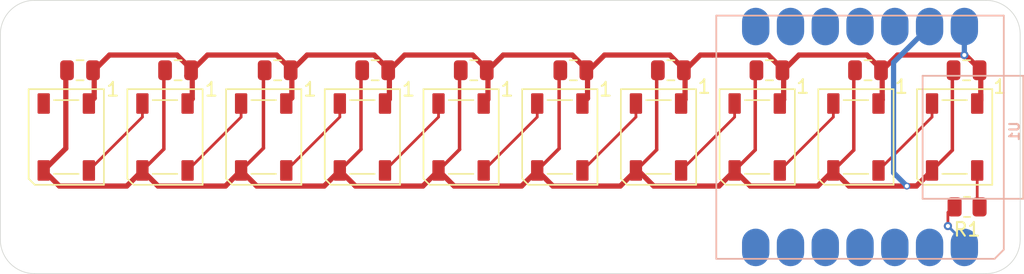
<source format=kicad_pcb>
(kicad_pcb (version 20240108) (generator "pcbnew") (generator_version "8.0")
  (layers (0 "F.Cu" signal) (31 "B.Cu" signal) (34 "B.Paste" user) (35 "F.Paste" user) (36 "B.SilkS" user "B.Silkscreen") (37 "F.SilkS" user "F.Silkscreen") (38 "B.Mask" user) (39 "F.Mask" user) (44 "Edge.Cuts" user))
  (net 0 "")
  (net 1 "Net-(D1-DOUT)")
  (net 3 "+5V")
  (net 4 "GND")
  (net 5 "Net-(D2-DOUT)")
  (net 6 "Net-(D3-DOUT)")
  (net 7 "Net-(D4-DOUT)")
  (net 8 "Net-(D5-DOUT)")
  (net 9 "Net-(D6-DOUT)")
  (net 10 "Net-(D7-DOUT)")
  (net 11 "Net-(D8-DOUT)")
  (net 12 "Net-(D10-DIN)")
  (net 21 "DATA")
  (net 24 "unconnected-(U1-PA4_A1_D1-Pad2)")
  (net 25 "Net-(U1-PA02_A0_D0)")
  (footprint "Resistor_SMD:R_0805_2012Metric" (layer "F.Cu") (at 136.4 65.2 180)
    (property "Reference" "R1" (at 0 -1.65 180) (layer "F.SilkS"))
    (property "Value" "100uF")
    (fp_line (start -0.227064 0.735) (end 0.227064 0.735) (stroke (width 0.12)) (layer "F.SilkS"))
    (fp_line (start -0.227064 -0.735) (end 0.227064 -0.735) (stroke (width 0.12)) (layer "F.SilkS"))
    (pad "1" smd roundrect (at -0.9125 0 180) (size 1.025 1.4) (layers "F.Cu" "F.Paste" "F.Mask") (roundrect_rratio 0.243902) (net 21 "DATA"))
    (pad "2" smd roundrect (at 0.9125 0 180) (size 1.025 1.4) (layers "F.Cu" "F.Paste" "F.Mask") (roundrect_rratio 0.243902) (net 25 "Net-(U1-PA02_A0_D0)"))
  )
  (footprint "LED_SMD:LED_WS2812B_PLCC4_5.0x5.0mm_P3.2mm" (layer "F.Cu") (at 113.859372 60.0825 -90)
    (property "Reference" "D4" (hide yes))
    (property "Value" "WS2812B" (hide yes))
    (fp_line (start -3.5 2.75) (end 3.05 2.75) (stroke (width 0.12)) (layer "F.SilkS"))
    (fp_line (start 3.05 2.75) (end 3.5 2.3) (stroke (width 0.12)) (layer "F.SilkS"))
    (fp_line (start 3.5 2.3) (end 3.5 -2.75) (stroke (width 0.12)) (layer "F.SilkS"))
    (fp_line (start -2.7 0.9) (end -2.7 -0.9) (stroke (width 0.12)) (layer "F.SilkS"))
    (fp_line (start 2.7 0.9) (end 2.7 -0.9) (stroke (width 0.12)) (layer "F.SilkS"))
    (fp_line (start -3.5 -2.75) (end -3.5 2.75) (stroke (width 0.12)) (layer "F.SilkS"))
    (fp_line (start -3.5 -2.75) (end 3.5 -2.75) (stroke (width 0.12)) (layer "F.SilkS"))
    (fp_text user "1" (at -3.6825 -3.340628 180) (layer "F.SilkS"))
    (pad "1" smd roundrect (at -2.45 -1.65 270) (size 1.5 0.9) (layers "F.Cu" "F.Paste" "F.Mask") (roundrect_rratio 0.1) (net 3 "+5V"))
    (pad "2" smd roundrect (at -2.45 1.65 270) (size 1.5 0.9) (layers "F.Cu" "F.Paste" "F.Mask") (roundrect_rratio 0.1) (net 7 "Net-(D4-DOUT)"))
    (pad "3" smd roundrect (at 2.45 1.65 270) (size 1.5 0.9) (layers "F.Cu" "F.Paste" "F.Mask") (roundrect_rratio 0.1) (net 4 "GND"))
    (pad "4" smd roundrect (at 2.45 -1.65 270) (size 1.5 0.9) (layers "F.Cu" "F.Paste" "F.Mask") (roundrect_rratio 0.1) (net 6 "Net-(D3-DOUT)"))
  )
  (footprint "LED_SMD:LED_WS2812B_PLCC4_5.0x5.0mm_P3.2mm" (layer "F.Cu") (at 70.597484 60.0825 -90)
    (property "Reference" "D10" (hide yes))
    (property "Value" "WS2812B" (hide yes))
    (fp_line (start -3.5 2.75) (end 3.05 2.75) (stroke (width 0.12)) (layer "F.SilkS"))
    (fp_line (start 3.05 2.75) (end 3.5 2.3) (stroke (width 0.12)) (layer "F.SilkS"))
    (fp_line (start 3.5 2.3) (end 3.5 -2.75) (stroke (width 0.12)) (layer "F.SilkS"))
    (fp_line (start -2.7 0.9) (end -2.7 -0.9) (stroke (width 0.12)) (layer "F.SilkS"))
    (fp_line (start 2.7 0.9) (end 2.7 -0.9) (stroke (width 0.12)) (layer "F.SilkS"))
    (fp_line (start -3.5 -2.75) (end -3.5 2.75) (stroke (width 0.12)) (layer "F.SilkS"))
    (fp_line (start -3.5 -2.75) (end 3.5 -2.75) (stroke (width 0.12)) (layer "F.SilkS"))
    (fp_text user "1" (at -3.4825 -3.402516 180) (layer "F.SilkS"))
    (pad "1" smd roundrect (at -2.45 -1.65 270) (size 1.5 0.9) (layers "F.Cu" "F.Paste" "F.Mask") (roundrect_rratio 0.1) (net 3 "+5V"))
    (pad "2" smd roundrect (at -2.45 1.65 270) (size 1.5 0.9) (layers "F.Cu" "F.Paste" "F.Mask") (roundrect_rratio 0.1))
    (pad "3" smd roundrect (at 2.45 1.65 270) (size 1.5 0.9) (layers "F.Cu" "F.Paste" "F.Mask") (roundrect_rratio 0.1) (net 4 "GND"))
    (pad "4" smd roundrect (at 2.45 -1.65 270) (size 1.5 0.9) (layers "F.Cu" "F.Paste" "F.Mask") (roundrect_rratio 0.1) (net 12 "Net-(D10-DIN)"))
  )
  (footprint "Capacitor_SMD:C_0805_2012Metric" (layer "F.Cu") (at 71.6 55.2 180)
    (property "Reference" "C10" (hide yes))
    (property "Value" "100nF" (hide yes))
    (fp_line (start -0.261252 0.735) (end 0.261252 0.735) (stroke (width 0.12)) (layer "F.SilkS"))
    (fp_line (start -0.261252 -0.735) (end 0.261252 -0.735) (stroke (width 0.12)) (layer "F.SilkS"))
    (pad "1" smd roundrect (at -0.95 0 180) (size 1 1.45) (layers "F.Cu" "F.Paste" "F.Mask") (net 3 "+5V"))
    (pad "2" smd roundrect (at 0.95 0 180) (size 1 1.45) (layers "F.Cu" "F.Paste" "F.Mask") (net 4 "GND"))
  )
  (footprint "LED_SMD:LED_WS2812B_PLCC4_5.0x5.0mm_P3.2mm" (layer "F.Cu") (at 106.649058 60.0825 -90)
    (property "Reference" "D5" (hide yes))
    (property "Value" "WS2812B" (hide yes))
    (fp_line (start -3.5 2.75) (end 3.05 2.75) (stroke (width 0.12)) (layer "F.SilkS"))
    (fp_line (start 3.05 2.75) (end 3.5 2.3) (stroke (width 0.12)) (layer "F.SilkS"))
    (fp_line (start 3.5 2.3) (end 3.5 -2.75) (stroke (width 0.12)) (layer "F.SilkS"))
    (fp_line (start -2.7 0.9) (end -2.7 -0.9) (stroke (width 0.12)) (layer "F.SilkS"))
    (fp_line (start 2.7 0.9) (end 2.7 -0.9) (stroke (width 0.12)) (layer "F.SilkS"))
    (fp_line (start -3.5 -2.75) (end -3.5 2.75) (stroke (width 0.12)) (layer "F.SilkS"))
    (fp_line (start -3.5 -2.75) (end 3.5 -2.75) (stroke (width 0.12)) (layer "F.SilkS"))
    (fp_text user "1" (at -3.4825 -3.350942 180) (layer "F.SilkS"))
    (pad "1" smd roundrect (at -2.45 -1.65 270) (size 1.5 0.9) (layers "F.Cu" "F.Paste" "F.Mask") (roundrect_rratio 0.1) (net 3 "+5V"))
    (pad "2" smd roundrect (at -2.45 1.65 270) (size 1.5 0.9) (layers "F.Cu" "F.Paste" "F.Mask") (roundrect_rratio 0.1) (net 8 "Net-(D5-DOUT)"))
    (pad "3" smd roundrect (at 2.45 1.65 270) (size 1.5 0.9) (layers "F.Cu" "F.Paste" "F.Mask") (roundrect_rratio 0.1) (net 4 "GND"))
    (pad "4" smd roundrect (at 2.45 -1.65 270) (size 1.5 0.9) (layers "F.Cu" "F.Paste" "F.Mask") (roundrect_rratio 0.1) (net 7 "Net-(D4-DOUT)"))
  )
  (footprint "Capacitor_SMD:C_0805_2012Metric" (layer "F.Cu") (at 107.6375 55.2 180)
    (property "Reference" "C5" (hide yes))
    (property "Value" "100nF" (hide yes))
    (fp_line (start -0.261252 0.735) (end 0.261252 0.735) (stroke (width 0.12)) (layer "F.SilkS"))
    (fp_line (start -0.261252 -0.735) (end 0.261252 -0.735) (stroke (width 0.12)) (layer "F.SilkS"))
    (pad "1" smd roundrect (at -0.95 0 180) (size 1 1.45) (layers "F.Cu" "F.Paste" "F.Mask") (net 3 "+5V"))
    (pad "2" smd roundrect (at 0.95 0 180) (size 1 1.45) (layers "F.Cu" "F.Paste" "F.Mask") (net 4 "GND"))
  )
  (footprint "LED_SMD:LED_WS2812B_PLCC4_5.0x5.0mm_P3.2mm" (layer "F.Cu") (at 135.490314 60.0825 -90)
    (property "Reference" "D1" (hide yes))
    (property "Value" "WS2812B" (hide yes))
    (fp_line (start -3.5 2.75) (end 3.05 2.75) (stroke (width 0.12)) (layer "F.SilkS"))
    (fp_line (start 3.05 2.75) (end 3.5 2.3) (stroke (width 0.12)) (layer "F.SilkS"))
    (fp_line (start 3.5 2.3) (end 3.5 -2.75) (stroke (width 0.12)) (layer "F.SilkS"))
    (fp_line (start -2.7 0.9) (end -2.7 -0.9) (stroke (width 0.12)) (layer "F.SilkS"))
    (fp_line (start 2.7 0.9) (end 2.7 -0.9) (stroke (width 0.12)) (layer "F.SilkS"))
    (fp_line (start -3.5 -2.75) (end -3.5 2.75) (stroke (width 0.12)) (layer "F.SilkS"))
    (fp_line (start -3.5 -2.75) (end 3.5 -2.75) (stroke (width 0.12)) (layer "F.SilkS"))
    (fp_text user "1" (at -3.6825 -3.309686 180) (layer "F.SilkS"))
    (pad "1" smd roundrect (at -2.45 -1.65 270) (size 1.5 0.9) (layers "F.Cu" "F.Paste" "F.Mask") (roundrect_rratio 0.1) (net 3 "+5V"))
    (pad "2" smd roundrect (at -2.45 1.65 270) (size 1.5 0.9) (layers "F.Cu" "F.Paste" "F.Mask") (roundrect_rratio 0.1) (net 1 "Net-(D1-DOUT)"))
    (pad "3" smd roundrect (at 2.45 1.65 270) (size 1.5 0.9) (layers "F.Cu" "F.Paste" "F.Mask") (roundrect_rratio 0.1) (net 4 "GND"))
    (pad "4" smd roundrect (at 2.45 -1.65 270) (size 1.5 0.9) (layers "F.Cu" "F.Paste" "F.Mask") (roundrect_rratio 0.1) (net 21 "DATA"))
  )
  (footprint "Capacitor_SMD:C_0805_2012Metric" (layer "F.Cu") (at 114.7625 55.2 180)
    (property "Reference" "C4" (hide yes))
    (property "Value" "100nF" (hide yes))
    (fp_line (start -0.261252 0.735) (end 0.261252 0.735) (stroke (width 0.12)) (layer "F.SilkS"))
    (fp_line (start -0.261252 -0.735) (end 0.261252 -0.735) (stroke (width 0.12)) (layer "F.SilkS"))
    (pad "1" smd roundrect (at -0.95 0 180) (size 1 1.45) (layers "F.Cu" "F.Paste" "F.Mask") (net 3 "+5V"))
    (pad "2" smd roundrect (at 0.95 0 180) (size 1 1.45) (layers "F.Cu" "F.Paste" "F.Mask") (net 4 "GND"))
  )
  (footprint "Capacitor_SMD:C_0805_2012Metric" (layer "F.Cu") (at 93.1625 55.2 180)
    (property "Reference" "C7" (hide yes))
    (property "Value" "100nF" (hide yes))
    (fp_line (start -0.261252 0.735) (end 0.261252 0.735) (stroke (width 0.12)) (layer "F.SilkS"))
    (fp_line (start -0.261252 -0.735) (end 0.261252 -0.735) (stroke (width 0.12)) (layer "F.SilkS"))
    (pad "1" smd roundrect (at -0.95 0 180) (size 1 1.45) (layers "F.Cu" "F.Paste" "F.Mask") (net 3 "+5V"))
    (pad "2" smd roundrect (at 0.95 0 180) (size 1 1.45) (layers "F.Cu" "F.Paste" "F.Mask") (net 4 "GND"))
  )
  (footprint "LED_SMD:LED_WS2812B_PLCC4_5.0x5.0mm_P3.2mm" (layer "F.Cu") (at 121.069686 60.0825 -90)
    (property "Reference" "D3" (hide yes))
    (property "Value" "WS2812B" (hide yes))
    (fp_line (start -3.5 2.75) (end 3.05 2.75) (stroke (width 0.12)) (layer "F.SilkS"))
    (fp_line (start 3.05 2.75) (end 3.5 2.3) (stroke (width 0.12)) (layer "F.SilkS"))
    (fp_line (start 3.5 2.3) (end 3.5 -2.75) (stroke (width 0.12)) (layer "F.SilkS"))
    (fp_line (start -2.7 0.9) (end -2.7 -0.9) (stroke (width 0.12)) (layer "F.SilkS"))
    (fp_line (start 2.7 0.9) (end 2.7 -0.9) (stroke (width 0.12)) (layer "F.SilkS"))
    (fp_line (start -3.5 -2.75) (end -3.5 2.75) (stroke (width 0.12)) (layer "F.SilkS"))
    (fp_line (start -3.5 -2.75) (end 3.5 -2.75) (stroke (width 0.12)) (layer "F.SilkS"))
    (fp_text user "1" (at -3.6825 -3.330314 180) (layer "F.SilkS"))
    (pad "1" smd roundrect (at -2.45 -1.65 270) (size 1.5 0.9) (layers "F.Cu" "F.Paste" "F.Mask") (roundrect_rratio 0.1) (net 3 "+5V"))
    (pad "2" smd roundrect (at -2.45 1.65 270) (size 1.5 0.9) (layers "F.Cu" "F.Paste" "F.Mask") (roundrect_rratio 0.1) (net 6 "Net-(D3-DOUT)"))
    (pad "3" smd roundrect (at 2.45 1.65 270) (size 1.5 0.9) (layers "F.Cu" "F.Paste" "F.Mask") (roundrect_rratio 0.1) (net 4 "GND"))
    (pad "4" smd roundrect (at 2.45 -1.65 270) (size 1.5 0.9) (layers "F.Cu" "F.Paste" "F.Mask") (roundrect_rratio 0.1) (net 5 "Net-(D2-DOUT)"))
  )
  (footprint "LED_SMD:LED_WS2812B_PLCC4_5.0x5.0mm_P3.2mm" (layer "F.Cu") (at 92.22843 60.0825 -90)
    (property "Reference" "D7" (hide yes))
    (property "Value" "WS2812B" (hide yes))
    (fp_line (start -3.5 2.75) (end 3.05 2.75) (stroke (width 0.12)) (layer "F.SilkS"))
    (fp_line (start 3.05 2.75) (end 3.5 2.3) (stroke (width 0.12)) (layer "F.SilkS"))
    (fp_line (start 3.5 2.3) (end 3.5 -2.75) (stroke (width 0.12)) (layer "F.SilkS"))
    (fp_line (start -2.7 0.9) (end -2.7 -0.9) (stroke (width 0.12)) (layer "F.SilkS"))
    (fp_line (start 2.7 0.9) (end 2.7 -0.9) (stroke (width 0.12)) (layer "F.SilkS"))
    (fp_line (start -3.5 -2.75) (end -3.5 2.75) (stroke (width 0.12)) (layer "F.SilkS"))
    (fp_line (start -3.5 -2.75) (end 3.5 -2.75) (stroke (width 0.12)) (layer "F.SilkS"))
    (fp_text user "1" (at -3.4825 -3.37157 180) (layer "F.SilkS"))
    (pad "1" smd roundrect (at -2.45 -1.65 270) (size 1.5 0.9) (layers "F.Cu" "F.Paste" "F.Mask") (roundrect_rratio 0.1) (net 3 "+5V"))
    (pad "2" smd roundrect (at -2.45 1.65 270) (size 1.5 0.9) (layers "F.Cu" "F.Paste" "F.Mask") (roundrect_rratio 0.1) (net 10 "Net-(D7-DOUT)"))
    (pad "3" smd roundrect (at 2.45 1.65 270) (size 1.5 0.9) (layers "F.Cu" "F.Paste" "F.Mask") (roundrect_rratio 0.1) (net 4 "GND"))
    (pad "4" smd roundrect (at 2.45 -1.65 270) (size 1.5 0.9) (layers "F.Cu" "F.Paste" "F.Mask") (roundrect_rratio 0.1) (net 9 "Net-(D6-DOUT)"))
  )
  (footprint "Capacitor_SMD:C_0805_2012Metric" (layer "F.Cu") (at 86.0375 55.2 180)
    (property "Reference" "C8" (hide yes))
    (property "Value" "100nF" (hide yes))
    (fp_line (start -0.261252 0.735) (end 0.261252 0.735) (stroke (width 0.12)) (layer "F.SilkS"))
    (fp_line (start -0.261252 -0.735) (end 0.261252 -0.735) (stroke (width 0.12)) (layer "F.SilkS"))
    (pad "1" smd roundrect (at -0.95 0 180) (size 1 1.45) (layers "F.Cu" "F.Paste" "F.Mask") (net 3 "+5V"))
    (pad "2" smd roundrect (at 0.95 0 180) (size 1 1.45) (layers "F.Cu" "F.Paste" "F.Mask") (net 4 "GND"))
  )
  (footprint "Capacitor_SMD:C_0805_2012Metric" (layer "F.Cu") (at 136.3625 55.2 180)
    (property "Reference" "C1" (hide yes))
    (property "Value" "100nF" (hide yes))
    (fp_line (start -0.261252 0.735) (end 0.261252 0.735) (stroke (width 0.12)) (layer "F.SilkS"))
    (fp_line (start -0.261252 -0.735) (end 0.261252 -0.735) (stroke (width 0.12)) (layer "F.SilkS"))
    (pad "1" smd roundrect (at -0.95 0 180) (size 1 1.45) (layers "F.Cu" "F.Paste" "F.Mask") (net 3 "+5V"))
    (pad "2" smd roundrect (at 0.95 0 180) (size 1 1.45) (layers "F.Cu" "F.Paste" "F.Mask") (net 4 "GND"))
  )
  (footprint "LED_SMD:LED_WS2812B_PLCC4_5.0x5.0mm_P3.2mm" (layer "F.Cu") (at 99.438744 60.0825 -90)
    (property "Reference" "D6" (hide yes))
    (property "Value" "WS2812B" (hide yes))
    (fp_line (start -3.5 2.75) (end 3.05 2.75) (stroke (width 0.12)) (layer "F.SilkS"))
    (fp_line (start 3.05 2.75) (end 3.5 2.3) (stroke (width 0.12)) (layer "F.SilkS"))
    (fp_line (start 3.5 2.3) (end 3.5 -2.75) (stroke (width 0.12)) (layer "F.SilkS"))
    (fp_line (start -2.7 0.9) (end -2.7 -0.9) (stroke (width 0.12)) (layer "F.SilkS"))
    (fp_line (start 2.7 0.9) (end 2.7 -0.9) (stroke (width 0.12)) (layer "F.SilkS"))
    (fp_line (start -3.5 -2.75) (end -3.5 2.75) (stroke (width 0.12)) (layer "F.SilkS"))
    (fp_line (start -3.5 -2.75) (end 3.5 -2.75) (stroke (width 0.12)) (layer "F.SilkS"))
    (fp_text user "1" (at -3.4825 -3.361256 180) (layer "F.SilkS"))
    (pad "1" smd roundrect (at -2.45 -1.65 270) (size 1.5 0.9) (layers "F.Cu" "F.Paste" "F.Mask") (roundrect_rratio 0.1) (net 3 "+5V"))
    (pad "2" smd roundrect (at -2.45 1.65 270) (size 1.5 0.9) (layers "F.Cu" "F.Paste" "F.Mask") (roundrect_rratio 0.1) (net 9 "Net-(D6-DOUT)"))
    (pad "3" smd roundrect (at 2.45 1.65 270) (size 1.5 0.9) (layers "F.Cu" "F.Paste" "F.Mask") (roundrect_rratio 0.1) (net 4 "GND"))
    (pad "4" smd roundrect (at 2.45 -1.65 270) (size 1.5 0.9) (layers "F.Cu" "F.Paste" "F.Mask") (roundrect_rratio 0.1) (net 8 "Net-(D5-DOUT)"))
  )
  (footprint "Capacitor_SMD:C_0805_2012Metric" (layer "F.Cu") (at 100.3625 55.2 180)
    (property "Reference" "C6" (hide yes))
    (property "Value" "100nF" (hide yes))
    (fp_line (start -0.261252 0.735) (end 0.261252 0.735) (stroke (width 0.12)) (layer "F.SilkS"))
    (fp_line (start -0.261252 -0.735) (end 0.261252 -0.735) (stroke (width 0.12)) (layer "F.SilkS"))
    (pad "1" smd roundrect (at -0.95 0 180) (size 1 1.45) (layers "F.Cu" "F.Paste" "F.Mask") (net 3 "+5V"))
    (pad "2" smd roundrect (at 0.95 0 180) (size 1 1.45) (layers "F.Cu" "F.Paste" "F.Mask") (net 4 "GND"))
  )
  (footprint "Capacitor_SMD:C_0805_2012Metric" (layer "F.Cu") (at 121.9625 55.2 180)
    (property "Reference" "C3" (hide yes))
    (property "Value" "100nF" (hide yes))
    (fp_line (start -0.261252 0.735) (end 0.261252 0.735) (stroke (width 0.12)) (layer "F.SilkS"))
    (fp_line (start -0.261252 -0.735) (end 0.261252 -0.735) (stroke (width 0.12)) (layer "F.SilkS"))
    (pad "1" smd roundrect (at -0.95 0 180) (size 1 1.45) (layers "F.Cu" "F.Paste" "F.Mask") (net 3 "+5V"))
    (pad "2" smd roundrect (at 0.95 0 180) (size 1 1.45) (layers "F.Cu" "F.Paste" "F.Mask") (net 4 "GND"))
  )
  (footprint "Capacitor_SMD:C_0805_2012Metric" (layer "F.Cu") (at 78.7625 55.2 180)
    (property "Reference" "C9" (hide yes))
    (property "Value" "100nF" (hide yes))
    (fp_line (start -0.261252 0.735) (end 0.261252 0.735) (stroke (width 0.12)) (layer "F.SilkS"))
    (fp_line (start -0.261252 -0.735) (end 0.261252 -0.735) (stroke (width 0.12)) (layer "F.SilkS"))
    (pad "1" smd roundrect (at -0.95 0 180) (size 1 1.45) (layers "F.Cu" "F.Paste" "F.Mask") (net 3 "+5V"))
    (pad "2" smd roundrect (at 0.95 0 180) (size 1 1.45) (layers "F.Cu" "F.Paste" "F.Mask") (net 4 "GND"))
  )
  (footprint "LED_SMD:LED_WS2812B_PLCC4_5.0x5.0mm_P3.2mm" (layer "F.Cu") (at 128.28 60.0825 -90)
    (property "Reference" "D2" (hide yes))
    (property "Value" "WS2812B" (hide yes))
    (fp_line (start -3.5 2.75) (end 3.05 2.75) (stroke (width 0.12)) (layer "F.SilkS"))
    (fp_line (start 3.05 2.75) (end 3.5 2.3) (stroke (width 0.12)) (layer "F.SilkS"))
    (fp_line (start 3.5 2.3) (end 3.5 -2.75) (stroke (width 0.12)) (layer "F.SilkS"))
    (fp_line (start -2.7 0.9) (end -2.7 -0.9) (stroke (width 0.12)) (layer "F.SilkS"))
    (fp_line (start 2.7 0.9) (end 2.7 -0.9) (stroke (width 0.12)) (layer "F.SilkS"))
    (fp_line (start -3.5 -2.75) (end -3.5 2.75) (stroke (width 0.12)) (layer "F.SilkS"))
    (fp_line (start -3.5 -2.75) (end 3.5 -2.75) (stroke (width 0.12)) (layer "F.SilkS"))
    (fp_text user "1" (at -3.6825 -3.32 180) (layer "F.SilkS"))
    (pad "1" smd roundrect (at -2.45 -1.65 270) (size 1.5 0.9) (layers "F.Cu" "F.Paste" "F.Mask") (roundrect_rratio 0.1) (net 3 "+5V"))
    (pad "2" smd roundrect (at -2.45 1.65 270) (size 1.5 0.9) (layers "F.Cu" "F.Paste" "F.Mask") (roundrect_rratio 0.1) (net 5 "Net-(D2-DOUT)"))
    (pad "3" smd roundrect (at 2.45 1.65 270) (size 1.5 0.9) (layers "F.Cu" "F.Paste" "F.Mask") (roundrect_rratio 0.1) (net 4 "GND"))
    (pad "4" smd roundrect (at 2.45 -1.65 270) (size 1.5 0.9) (layers "F.Cu" "F.Paste" "F.Mask") (roundrect_rratio 0.1) (net 1 "Net-(D1-DOUT)"))
  )
  (footprint "Capacitor_SMD:C_0805_2012Metric" (layer "F.Cu") (at 129.1625 55.2 180)
    (property "Reference" "C2" (hide yes))
    (property "Value" "100nF" (hide yes))
    (fp_line (start -0.261252 0.735) (end 0.261252 0.735) (stroke (width 0.12)) (layer "F.SilkS"))
    (fp_line (start -0.261252 -0.735) (end 0.261252 -0.735) (stroke (width 0.12)) (layer "F.SilkS"))
    (pad "1" smd roundrect (at -0.95 0 180) (size 1 1.45) (layers "F.Cu" "F.Paste" "F.Mask") (net 3 "+5V"))
    (pad "2" smd roundrect (at 0.95 0 180) (size 1 1.45) (layers "F.Cu" "F.Paste" "F.Mask") (net 4 "GND"))
  )
  (footprint "LED_SMD:LED_WS2812B_PLCC4_5.0x5.0mm_P3.2mm" (layer "F.Cu") (at 85.018116 60.0825 -90)
    (property "Reference" "D8" (hide yes))
    (property "Value" "WS2812B" (hide yes))
    (fp_line (start -3.5 2.75) (end 3.05 2.75) (stroke (width 0.12)) (layer "F.SilkS"))
    (fp_line (start 3.05 2.75) (end 3.5 2.3) (stroke (width 0.12)) (layer "F.SilkS"))
    (fp_line (start 3.5 2.3) (end 3.5 -2.75) (stroke (width 0.12)) (layer "F.SilkS"))
    (fp_line (start -2.7 0.9) (end -2.7 -0.9) (stroke (width 0.12)) (layer "F.SilkS"))
    (fp_line (start 2.7 0.9) (end 2.7 -0.9) (stroke (width 0.12)) (layer "F.SilkS"))
    (fp_line (start -3.5 -2.75) (end -3.5 2.75) (stroke (width 0.12)) (layer "F.SilkS"))
    (fp_line (start -3.5 -2.75) (end 3.5 -2.75) (stroke (width 0.12)) (layer "F.SilkS"))
    (fp_text user "1" (at -3.4825 -3.381884 180) (layer "F.SilkS"))
    (pad "1" smd roundrect (at -2.45 -1.65 270) (size 1.5 0.9) (layers "F.Cu" "F.Paste" "F.Mask") (roundrect_rratio 0.1) (net 3 "+5V"))
    (pad "2" smd roundrect (at -2.45 1.65 270) (size 1.5 0.9) (layers "F.Cu" "F.Paste" "F.Mask") (roundrect_rratio 0.1) (net 11 "Net-(D8-DOUT)"))
    (pad "3" smd roundrect (at 2.45 1.65 270) (size 1.5 0.9) (layers "F.Cu" "F.Paste" "F.Mask") (roundrect_rratio 0.1) (net 4 "GND"))
    (pad "4" smd roundrect (at 2.45 -1.65 270) (size 1.5 0.9) (layers "F.Cu" "F.Paste" "F.Mask") (roundrect_rratio 0.1) (net 10 "Net-(D7-DOUT)"))
  )
  (footprint "LED_SMD:LED_WS2812B_PLCC4_5.0x5.0mm_P3.2mm" (layer "F.Cu") (at 77.807802 60.0825 -90)
    (property "Reference" "D9" (hide yes))
    (property "Value" "WS2812B" (hide yes))
    (fp_line (start -3.5 2.75) (end 3.05 2.75) (stroke (width 0.12)) (layer "F.SilkS"))
    (fp_line (start 3.05 2.75) (end 3.5 2.3) (stroke (width 0.12)) (layer "F.SilkS"))
    (fp_line (start 3.5 2.3) (end 3.5 -2.75) (stroke (width 0.12)) (layer "F.SilkS"))
    (fp_line (start -2.7 0.9) (end -2.7 -0.9) (stroke (width 0.12)) (layer "F.SilkS"))
    (fp_line (start 2.7 0.9) (end 2.7 -0.9) (stroke (width 0.12)) (layer "F.SilkS"))
    (fp_line (start -3.5 -2.75) (end -3.5 2.75) (stroke (width 0.12)) (layer "F.SilkS"))
    (fp_line (start -3.5 -2.75) (end 3.5 -2.75) (stroke (width 0.12)) (layer "F.SilkS"))
    (fp_text user "1" (at -3.4825 -3.392198 180) (layer "F.SilkS"))
    (pad "1" smd roundrect (at -2.45 -1.65 270) (size 1.5 0.9) (layers "F.Cu" "F.Paste" "F.Mask") (roundrect_rratio 0.1) (net 3 "+5V"))
    (pad "2" smd roundrect (at -2.45 1.65 270) (size 1.5 0.9) (layers "F.Cu" "F.Paste" "F.Mask") (roundrect_rratio 0.1) (net 12 "Net-(D10-DIN)"))
    (pad "3" smd roundrect (at 2.45 1.65 270) (size 1.5 0.9) (layers "F.Cu" "F.Paste" "F.Mask") (roundrect_rratio 0.1) (net 4 "GND"))
    (pad "4" smd roundrect (at 2.45 -1.65 270) (size 1.5 0.9) (layers "F.Cu" "F.Paste" "F.Mask") (roundrect_rratio 0.1) (net 11 "Net-(D8-DOUT)"))
  )
  (footprint "xiao ESP32C3_PCB:MOUDLE14P-SMD-2.54-21X17.8MM" (layer "B.Cu") (at 118.08 69 90)
    (property "Reference" "U1" (at 9.3345 21.7805 -90) (layer "B.SilkS") (effects (font (size 0.7 0.7)) (justify mirror)))
    (property "Value" "MOUDLE-SEEEDUINO-XIAO-ESP32C3")
    (fp_line (start 17.8 0) (end 0 0) (stroke (width 0.127)) (layer "B.SilkS"))
    (fp_line (start 0 0) (end 0 20.3285) (stroke (width 0.127)) (layer "B.SilkS"))
    (fp_line (start 13.395 15.072) (end 13.395 22.424) (stroke (width 0.127)) (layer "B.SilkS"))
    (fp_line (start 4.396 15.072) (end 13.395 15.072) (stroke (width 0.127)) (layer "B.SilkS"))
    (fp_line (start 0 20.3285) (end 0.671541 21) (stroke (width 0.127)) (layer "B.SilkS"))
    (fp_line (start 17.8 21) (end 17.8 0) (stroke (width 0.127)) (layer "B.SilkS"))
    (fp_line (start 0.671541 21) (end 17.8 21) (stroke (width 0.127)) (layer "B.SilkS"))
    (fp_line (start 13.395 22.424) (end 4.4 22.424) (stroke (width 0.127)) (layer "B.SilkS"))
    (fp_line (start 4.396 22.425) (end 4.396 15.072) (stroke (width 0.127)) (layer "B.SilkS"))
    (pad "1" smd roundrect (at 0.835 18.12 90) (size 2.75 2) (layers "B.Cu" "B.Paste" "B.Mask") (roundrect_rratio 0.5) (net 25 "Net-(U1-PA02_A0_D0)"))
    (pad "2" smd roundrect (at 0.835 15.58 90) (size 2.75 2) (layers "B.Cu" "B.Paste" "B.Mask") (roundrect_rratio 0.5) (net 24 "unconnected-(U1-PA4_A1_D1-Pad2)"))
    (pad "3" smd roundrect (at 0.835 13.04 90) (size 2.75 2) (layers "B.Cu" "B.Paste" "B.Mask") (roundrect_rratio 0.5))
    (pad "4" smd roundrect (at 0.835 10.5 90) (size 2.75 2) (layers "B.Cu" "B.Paste" "B.Mask") (roundrect_rratio 0.5))
    (pad "5" smd roundrect (at 0.835 7.96 90) (size 2.75 2) (layers "B.Cu" "B.Paste" "B.Mask") (roundrect_rratio 0.5))
    (pad "6" smd roundrect (at 0.835 5.42 90) (size 2.75 2) (layers "B.Cu" "B.Paste" "B.Mask") (roundrect_rratio 0.5))
    (pad "7" smd roundrect (at 0.835 2.88 90) (size 2.75 2) (layers "B.Cu" "B.Paste" "B.Mask") (roundrect_rratio 0.5))
    (pad "8" smd roundrect (at 17 2.88 90) (size 2.75 2) (layers "B.Cu" "B.Paste" "B.Mask") (roundrect_rratio 0.5))
    (pad "9" smd roundrect (at 17 5.42 90) (size 2.75 2) (layers "B.Cu" "B.Paste" "B.Mask") (roundrect_rratio 0.5))
    (pad "10" smd roundrect (at 17 7.96 90) (size 2.75 2) (layers "B.Cu" "B.Paste" "B.Mask") (roundrect_rratio 0.5))
    (pad "11" smd roundrect (at 17 10.5 90) (size 2.75 2) (layers "B.Cu" "B.Paste" "B.Mask") (roundrect_rratio 0.5))
    (pad "12" smd roundrect (at 17 13.04 90) (size 2.75 2) (layers "B.Cu" "B.Paste" "B.Mask") (roundrect_rratio 0.5))
    (pad "13" smd roundrect (at 17 15.58 90) (size 2.75 2) (layers "B.Cu" "B.Paste" "B.Mask") (roundrect_rratio 0.5) (net 4 "GND"))
    (pad "14" smd roundrect (at 17 18.12 90) (size 2.75 2) (layers "B.Cu" "B.Paste" "B.Mask") (roundrect_rratio 0.5) (net 3 "+5V"))
  )
  (gr_arc (start 140.28 67.5825) (mid 139.547767 69.350267) (end 137.78 70.0825) (stroke (width 0.05)) (layer "Edge.Cuts"))
  (gr_line (start 140.28 52.5825) (end 140.28 67.5825) (stroke (width 0.05)) (layer "Edge.Cuts"))
  (gr_line (start 68.28 50.0825) (end 137.78 50.0825) (stroke (width 0.05)) (layer "Edge.Cuts"))
  (gr_arc (start 137.78 50.0825) (mid 139.547767 50.814733) (end 140.28 52.5825) (stroke (width 0.05)) (layer "Edge.Cuts"))
  (gr_line (start 137.78 70.0825) (end 68.28 70.0825) (stroke (width 0.05)) (layer "Edge.Cuts"))
  (gr_arc (start 65.78 52.5825) (mid 66.512233 50.814733) (end 68.28 50.0825) (stroke (width 0.05)) (layer "Edge.Cuts"))
  (gr_line (start 65.78 52.5825) (end 65.78 67.5825) (stroke (width 0.05)) (layer "Edge.Cuts"))
  (gr_arc (start 68.28 70.0825) (mid 66.512233 69.350267) (end 65.78 67.5825) (stroke (width 0.05)) (layer "Edge.Cuts"))
  (segment (start 133.840314 57.6325) (end 133.840314 58.622186) (width 0.2032) (layer "F.Cu") (net 1))
  (segment (start 133.840314 58.622186) (end 129.93 62.5325) (width 0.2032) (layer "F.Cu") (net 1))
  (segment (start 136.2845 54.0845) (end 137.4 55.2) (width 0.381) (layer "F.Cu") (net 3))
  (segment (start 137.4 55.2) (end 137.4 57.372814) (width 0.381) (layer "F.Cu") (net 3))
  (segment (start 78.6845 54.0845) (end 73.753 54.0845) (width 0.381) (layer "F.Cu") (net 3))
  (segment (start 79.8 57.290302) (end 79.457802 57.6325) (width 0.381) (layer "F.Cu") (net 3))
  (segment (start 72.6375 55.2) (end 72.6375 57.242484) (width 0.381) (layer "F.Cu") (net 3))
  (segment (start 87.075 55.2) (end 85.9595 54.0845) (width 0.381) (layer "F.Cu") (net 3))
  (segment (start 94.2 55.2) (end 95.3155 54.0845) (width 0.381) (layer "F.Cu") (net 3))
  (segment (start 136.2 54.0845) (end 131.3155 54.0845) (width 0.381) (layer "F.Cu") (net 3))
  (segment (start 85.9595 54.0845) (end 80.9155 54.0845) (width 0.381) (layer "F.Cu") (net 3))
  (segment (start 114.6845 54.0845) (end 115.8 55.2) (width 0.381) (layer "F.Cu") (net 3))
  (segment (start 79.6 55.2) (end 79.8 55.2) (width 0.381) (layer "F.Cu") (net 3))
  (segment (start 108.675 55.2) (end 108.675 57.256558) (width 0.381) (layer "F.Cu") (net 3))
  (segment (start 87.075 57.225616) (end 86.668116 57.6325) (width 0.381) (layer "F.Cu") (net 3))
  (segment (start 94.2 55.2) (end 94.2 57.31093) (width 0.381) (layer "F.Cu") (net 3))
  (segment (start 107.5595 54.0845) (end 108.675 55.2) (width 0.381) (layer "F.Cu") (net 3))
  (segment (start 129.0845 54.0845) (end 130.2 55.2) (width 0.381) (layer "F.Cu") (net 3))
  (segment (start 130.2 57.3625) (end 129.93 57.6325) (width 0.381) (layer "F.Cu") (net 3))
  (segment (start 115.8 57.341872) (end 115.509372 57.6325) (width 0.381) (layer "F.Cu") (net 3))
  (segment (start 101.4 55.2) (end 102.5155 54.0845) (width 0.381) (layer "F.Cu") (net 3))
  (segment (start 102.5155 54.0845) (end 107.5595 54.0845) (width 0.381) (layer "F.Cu") (net 3))
  (segment (start 108.675 57.256558) (end 108.299058 57.6325) (width 0.381) (layer "F.Cu") (net 3))
  (segment (start 79.8 55.2) (end 78.6845 54.0845) (width 0.381) (layer "F.Cu") (net 3))
  (segment (start 87.075 55.2) (end 88.1905 54.0845) (width 0.381) (layer "F.Cu") (net 3))
  (segment (start 79.8 55.2) (end 79.4 55.6) (width 0.381) (layer "F.Cu") (net 3))
  (segment (start 73.753 54.0845) (end 72.6375 55.2) (width 0.381) (layer "F.Cu") (net 3))
  (segment (start 130.2 55.2) (end 130.2 57.3625) (width 0.381) (layer "F.Cu") (net 3))
  (segment (start 116.9155 54.0845) (end 117.8 54.0845) (width 0.381) (layer "F.Cu") (net 3))
  (segment (start 94.2 57.31093) (end 93.87843 57.6325) (width 0.381) (layer "F.Cu") (net 3))
  (segment (start 79.8 55.2) (end 79.8 57.290302) (width 0.381) (layer "F.Cu") (net 3))
  (segment (start 137.4 57.372814) (end 137.140314 57.6325) (width 0.381) (layer "F.Cu") (net 3))
  (segment (start 93.0845 54.0845) (end 94.2 55.2) (width 0.381) (layer "F.Cu") (net 3))
  (segment (start 117.8 54.0845) (end 121.8845 54.0845) (width 0.381) (layer "F.Cu") (net 3))
  (segment (start 123 55.2) (end 124.1155 54.0845) (width 0.381) (layer "F.Cu") (net 3))
  (segment (start 115.8 55.2) (end 115.8 57.341872) (width 0.381) (layer "F.Cu") (net 3))
  (segment (start 87.075 55.2) (end 87.075 57.225616) (width 0.381) (layer "F.Cu") (net 3))
  (segment (start 123 55.2) (end 123 57.352186) (width 0.381) (layer "F.Cu") (net 3))
  (segment (start 79.4 57.574698) (end 79.457802 57.6325) (width 0.381) (layer "F.Cu") (net 3))
  (segment (start 115.8 55.2) (end 116.9155 54.0845) (width 0.381) (layer "F.Cu") (net 3))
  (segment (start 109.9155 54.0845) (end 114.6845 54.0845) (width 0.381) (layer "F.Cu") (net 3))
  (segment (start 108.8 55.2) (end 109.9155 54.0845) (width 0.381) (layer "F.Cu") (net 3))
  (segment (start 123 57.352186) (end 122.719686 57.6325) (width 0.381) (layer "F.Cu") (net 3))
  (segment (start 101.4 57.321244) (end 101.088744 57.6325) (width 0.381) (layer "F.Cu") (net 3))
  (segment (start 108.675 55.2) (end 108.8 55.2) (width 0.381) (layer "F.Cu") (net 3))
  (segment (start 72.6375 57.242484) (end 72.247484 57.6325) (width 0.381) (layer "F.Cu") (net 3))
  (segment (start 136.2 54.0845) (end 136.2845 54.0845) (width 0.381) (layer "F.Cu") (net 3))
  (segment (start 121.8845 54.0845) (end 123 55.2) (width 0.381) (layer "F.Cu") (net 3))
  (segment (start 131.3155 54.0845) (end 130.2 55.2) (width 0.381) (layer "F.Cu") (net 3))
  (segment (start 88.1905 54.0845) (end 93.0845 54.0845) (width 0.381) (layer "F.Cu") (net 3))
  (segment (start 95.3155 54.0845) (end 100.2845 54.0845) (width 0.381) (layer "F.Cu") (net 3))
  (segment (start 72.6375 55.2) (end 72.6375 55.2375) (width 0.381) (layer "F.Cu") (net 3))
  (segment (start 101.4 55.2) (end 101.4 57.321244) (width 0.381) (layer "F.Cu") (net 3))
  (segment (start 100.2845 54.0845) (end 101.4 55.2) (width 0.381) (layer "F.Cu") (net 3))
  (segment (start 124.1155 54.0845) (end 129.0845 54.0845) (width 0.381) (layer "F.Cu") (net 3))
  (segment (start 80.9155 54.0845) (end 79.8 55.2) (width 0.381) (layer "F.Cu") (net 3))
  (via (at 136.2 54.0845) (size 0.6) (drill 0.3) (layers "F.Cu" "B.Cu") (net 3))
  (segment (start 136.299058 52.099058) (end 136.2 52) (width 0.254) (layer "B.Cu") (net 3))
  (segment (start 136.2 52) (end 136.2 54) (width 0.381) (layer "B.Cu") (net 3))
  (segment (start 136.2 54) (end 136.2 54.0845) (width 0.254) (layer "B.Cu") (net 3))
  (segment (start 112.209372 62.5325) (end 112.369058 62.5325) (width 0.381) (layer "F.Cu") (net 4))
  (segment (start 77.725 60.965302) (end 76.157802 62.5325) (width 0.254) (layer "F.Cu") (net 4))
  (segment (start 135.325 61.047814) (end 133.840314 62.5325) (width 0.254) (layer "F.Cu") (net 4))
  (segment (start 120.925 61.027186) (end 119.419686 62.5325) (width 0.254) (layer "F.Cu") (net 4))
  (segment (start 82.227616 63.673) (end 83.368116 62.5325) (width 0.381) (layer "F.Cu") (net 4))
  (segment (start 70.5625 55.2) (end 70.5625 60.917484) (width 0.381) (layer "F.Cu") (net 4))
  (segment (start 84.508616 63.673) (end 89.43793 63.673) (width 0.381) (layer "F.Cu") (net 4))
  (segment (start 70.5625 60.917484) (end 68.947484 62.5325) (width 0.381) (layer "F.Cu") (net 4))
  (segment (start 128.125 55.2) (end 128.125 61.0375) (width 0.254) (layer "F.Cu") (net 4))
  (segment (start 113.725 55.2) (end 113.725 61.016872) (width 0.254) (layer "F.Cu") (net 4))
  (segment (start 128.125 61.0375) (end 126.63 62.5325) (width 0.254) (layer "F.Cu") (net 4))
  (segment (start 106.6 55.2) (end 106.6 60.931558) (width 0.254) (layer "F.Cu") (net 4))
  (segment (start 103.858558 63.673) (end 104.999058 62.5325) (width 0.381) (layer "F.Cu") (net 4))
  (segment (start 127.7705 63.673) (end 132.699814 63.673) (width 0.381) (layer "F.Cu") (net 4))
  (segment (start 77.725 55.2) (end 77.725 60.965302) (width 0.254) (layer "F.Cu") (net 4))
  (segment (start 76.157802 62.5325) (end 77.298302 63.673) (width 0.381) (layer "F.Cu") (net 4))
  (segment (start 89.43793 63.673) (end 90.57843 62.5325) (width 0.381) (layer "F.Cu") (net 4))
  (segment (start 70.087984 63.673) (end 75.017302 63.673) (width 0.381) (layer "F.Cu") (net 4))
  (segment (start 68.947484 62.5325) (end 70.087984 63.673) (width 0.381) (layer "F.Cu") (net 4))
  (segment (start 113.725 61.016872) (end 112.209372 62.5325) (width 0.254) (layer "F.Cu") (net 4))
  (segment (start 99.325 55.2) (end 99.325 60.996244) (width 0.254) (layer "F.Cu") (net 4))
  (segment (start 113.509558 63.673) (end 116.6 63.673) (width 0.381) (layer "F.Cu") (net 4))
  (segment (start 92.125 60.98593) (end 90.57843 62.5325) (width 0.254) (layer "F.Cu") (net 4))
  (segment (start 97.788744 62.5325) (end 98.929244 63.673) (width 0.381) (layer "F.Cu") (net 4))
  (segment (start 111.068872 63.673) (end 112.209372 62.5325) (width 0.381) (layer "F.Cu") (net 4))
  (segment (start 96.648244 63.673) (end 97.788744 62.5325) (width 0.381) (layer "F.Cu") (net 4))
  (segment (start 132.699814 63.673) (end 133.840314 62.5325) (width 0.381) (layer "F.Cu") (net 4))
  (segment (start 99.325 60.996244) (end 97.788744 62.5325) (width 0.254) (layer "F.Cu") (net 4))
  (segment (start 106.139558 63.673) (end 111.068872 63.673) (width 0.381) (layer "F.Cu") (net 4))
  (segment (start 75.017302 63.673) (end 76.157802 62.5325) (width 0.381) (layer "F.Cu") (net 4))
  (segment (start 91.71893 63.673) (end 96.648244 63.673) (width 0.381) (layer "F.Cu") (net 4))
  (segment (start 92.125 55.2) (end 92.125 60.98593) (width 0.254) (layer "F.Cu") (net 4))
  (segment (start 83.368116 62.5325) (end 84.508616 63.673) (width 0.381) (layer "F.Cu") (net 4))
  (segment (start 112.369058 62.5325) (end 113.509558 63.673) (width 0.381) (layer "F.Cu") (net 4))
  (segment (start 116.6 63.673) (end 118.279186 63.673) (width 0.381) (layer "F.Cu") (net 4))
  (segment (start 120.560186 63.673) (end 125.4895 63.673) (width 0.381) (layer "F.Cu") (net 4))
  (segment (start 118.279186 63.673) (end 119.419686 62.5325) (width 0.381) (layer "F.Cu") (net 4))
  (segment (start 90.57843 62.5325) (end 91.71893 63.673) (width 0.381) (layer "F.Cu") (net 4))
  (segment (start 120.925 55.2) (end 120.925 61.027186) (width 0.254) (layer "F.Cu") (net 4))
  (segment (start 132 63.673) (end 132.699814 63.673) (width 0.381) (layer "F.Cu") (net 4))
  (segment (start 77.298302 63.673) (end 82.227616 63.673) (width 0.381) (layer "F.Cu") (net 4))
  (segment (start 135.325 55.2) (end 135.325 61.047814) (width 0.254) (layer "F.Cu") (net 4))
  (segment (start 85 60.900616) (end 83.368116 62.5325) (width 0.254) (layer "F.Cu") (net 4))
  (segment (start 106.6 60.931558) (end 104.999058 62.5325) (width 0.254) (layer "F.Cu") (net 4))
  (segment (start 70.4 55.3625) (end 70.5625 55.2) (width 0.381) (layer "F.Cu") (net 4))
  (segment (start 125.4895 63.673) (end 126.63 62.5325) (width 0.381) (layer "F.Cu") (net 4))
  (segment (start 119.419686 62.5325) (end 120.560186 63.673) (width 0.381) (layer "F.Cu") (net 4))
  (segment (start 85 55.2) (end 85 60.900616) (width 0.254) (layer "F.Cu") (net 4))
  (segment (start 90.57843 62.5325) (end 90.57843 62.17843) (width 0.381) (layer "F.Cu") (net 4))
  (segment (start 98.929244 63.673) (end 103.858558 63.673) (width 0.381) (layer "F.Cu") (net 4))
  (segment (start 126.63 62.5325) (end 127.7705 63.673) (width 0.381) (layer "F.Cu") (net 4))
  (segment (start 104.999058 62.5325) (end 106.139558 63.673) (width 0.381) (layer "F.Cu") (net 4))
  (via (at 132 63.673) (size 0.5) (drill 0.3) (layers "F.Cu" "B.Cu") (net 4))
  (segment (start 132 63.673) (end 131.03 62.703) (width 0.381) (layer "B.Cu") (net 4))
  (segment (start 131.03 54.63) (end 133.66 52) (width 0.381) (layer "B.Cu") (net 4))
  (segment (start 131.03 54.63) (end 131.03 62.681558) (width 0.381) (layer "B.Cu") (net 4))
  (segment (start 133.66 52.601558) (end 133.66 52) (width 0.254) (layer "B.Cu") (net 4))
  (segment (start 131.03 62.703) (end 131.03 62.681558) (width 0.381) (layer "B.Cu") (net 4))
  (segment (start 126.63 57.6325) (end 126.63 58.622186) (width 0.2032) (layer "F.Cu") (net 5))
  (segment (start 126.63 58.622186) (end 122.719686 62.5325) (width 0.2032) (layer "F.Cu") (net 5))
  (segment (start 119.419686 57.6325) (end 119.419686 58.622186) (width 0.2032) (layer "F.Cu") (net 6))
  (segment (start 119.419686 58.622186) (end 115.509372 62.5325) (width 0.2032) (layer "F.Cu") (net 6))
  (segment (start 112.209372 58.622186) (end 108.299058 62.5325) (width 0.2032) (layer "F.Cu") (net 7))
  (segment (start 112.209372 57.6325) (end 112.209372 58.622186) (width 0.2032) (layer "F.Cu") (net 7))
  (segment (start 104.999058 57.6325) (end 104.999058 58.622186) (width 0.2032) (layer "F.Cu") (net 8))
  (segment (start 104.999058 58.622186) (end 101.088744 62.5325) (width 0.2032) (layer "F.Cu") (net 8))
  (segment (start 97.788744 58.622186) (end 93.87843 62.5325) (width 0.2032) (layer "F.Cu") (net 9))
  (segment (start 97.788744 57.6325) (end 97.788744 58.622186) (width 0.2032) (layer "F.Cu") (net 9))
  (segment (start 90.57843 58.622186) (end 86.668116 62.5325) (width 0.2032) (layer "F.Cu") (net 10))
  (segment (start 90.57843 57.6325) (end 90.57843 58.622186) (width 0.2032) (layer "F.Cu") (net 10))
  (segment (start 83.368116 58.622186) (end 79.457802 62.5325) (width 0.2032) (layer "F.Cu") (net 11))
  (segment (start 83.368116 57.6325) (end 83.368116 58.622186) (width 0.2032) (layer "F.Cu") (net 11))
  (segment (start 76.157802 58.622182) (end 72.247484 62.5325) (width 0.2032) (layer "F.Cu") (net 12))
  (segment (start 76.157802 57.6325) (end 76.157802 58.622182) (width 0.2032) (layer "F.Cu") (net 12))
  (segment (start 137.140314 64.940314) (end 137.140314 62.5325) (width 0.2) (layer "F.Cu") (net 21))
  (segment (start 137.4 65.2) (end 137.140314 64.940314) (width 0.2) (layer "F.Cu") (net 21))
  (segment (start 133.799058 68.025942) (end 133.66 68.165) (width 0.2) (layer "B.Cu") (net 24))
  (segment (start 135 66.6) (end 135 65.6) (width 0.2) (layer "F.Cu") (net 25))
  (segment (start 135 65.6) (end 135.4 65.2) (width 0.2) (layer "F.Cu") (net 25))
  (via (at 135 66.6) (size 0.6) (drill 0.3) (layers "F.Cu" "B.Cu") (net 25))
  (segment (start 135 66.6) (end 136.2 67.8) (width 0.2) (layer "B.Cu") (net 25))
  (segment (start 136.2 67.8) (end 136.2 68.165) (width 0.2) (layer "B.Cu") (net 25))
)
</source>
